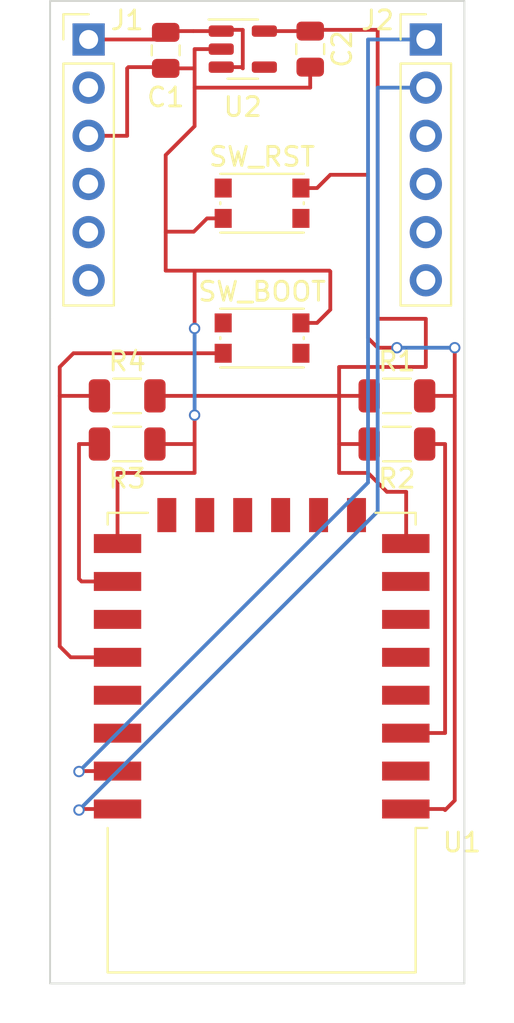
<source format=kicad_pcb>
(kicad_pcb (version 20211014) (generator pcbnew)
  (layers (0 "F.Cu" signal) (31 "B.Cu" signal) (34 "B.Paste" user) (35 "F.Paste" user) (36 "B.SilkS" user "B.Silkscreen") (37 "F.SilkS" user "F.Silkscreen") (38 "B.Mask" user) (39 "F.Mask" user) (44 "Edge.Cuts" user))
  (net 0 "")
  (net 1 "+3V3")
  (net 2 "+5V")
  (net 7 "TXD0")
  (net 8 "RXD0")
  (net 9 "GND")
  (net 29 "Net-(R1-Pad2)")
  (net 30 "Net-(R2-Pad1)")
  (net 31 "Net-(R3-Pad2)")
  (net 32 "Net-(R4-Pad1)")
  (footprint "RF_Module:ESP-12E" (layer "F.Cu") (at 152.38 106.68 180)
    (fp_text reference "U1" (at -10.56 -5.26) (layer "F.SilkS"))
    (fp_text value "ESP-12F")
    (fp_line (start -8.12 12.12) (end -8.12 11.5) (layer "F.SilkS") (width 0.12))
    (fp_line (start -6 12.12) (end -8.12 12.12) (layer "F.SilkS") (width 0.12))
    (fp_line (start 8.12 -12.12) (end 8.12 -4.5) (layer "F.SilkS") (width 0.12))
    (fp_line (start -8.12 -4.5) (end -8.73 -4.5) (layer "F.SilkS") (width 0.12))
    (fp_line (start 8.12 12.12) (end 6 12.12) (layer "F.SilkS") (width 0.12))
    (fp_line (start -8.12 -12.12) (end 8.12 -12.12) (layer "F.SilkS") (width 0.12))
    (fp_line (start 8.12 11.5) (end 8.12 12.12) (layer "F.SilkS") (width 0.12))
    (fp_line (start -8.12 -4.5) (end -8.12 -12.12) (layer "F.SilkS") (width 0.12))
    (pad "1" smd rect (at -7.6 -3.5 180) (size 2.5 1) (layers "F.Cu" "F.Paste" "F.Mask") (net 29 "Net-(R1-Pad2)"))
    (pad "2" smd rect (at -7.6 -1.5 180) (size 2.5 1) (layers "F.Cu" "F.Paste" "F.Mask"))
    (pad "3" smd rect (at -7.6 0.5 180) (size 2.5 1) (layers "F.Cu" "F.Paste" "F.Mask") (net 30 "Net-(R2-Pad1)"))
    (pad "4" smd rect (at -7.6 2.5 180) (size 2.5 1) (layers "F.Cu" "F.Paste" "F.Mask"))
    (pad "5" smd rect (at -7.6 4.5 180) (size 2.5 1) (layers "F.Cu" "F.Paste" "F.Mask"))
    (pad "6" smd rect (at -7.6 6.5 180) (size 2.5 1) (layers "F.Cu" "F.Paste" "F.Mask"))
    (pad "7" smd rect (at -7.6 8.5 180) (size 2.5 1) (layers "F.Cu" "F.Paste" "F.Mask"))
    (pad "8" smd rect (at -7.6 10.5 180) (size 2.5 1) (layers "F.Cu" "F.Paste" "F.Mask") (net 1 "+3V3"))
    (pad "9" smd rect (at -5 12 180) (size 1 1.8) (layers "F.Cu" "F.Paste" "F.Mask"))
    (pad "10" smd rect (at -3 12 180) (size 1 1.8) (layers "F.Cu" "F.Paste" "F.Mask"))
    (pad "11" smd rect (at -1 12 180) (size 1 1.8) (layers "F.Cu" "F.Paste" "F.Mask"))
    (pad "12" smd rect (at 1 12 180) (size 1 1.8) (layers "F.Cu" "F.Paste" "F.Mask"))
    (pad "13" smd rect (at 3 12 180) (size 1 1.8) (layers "F.Cu" "F.Paste" "F.Mask"))
    (pad "14" smd rect (at 5 12 180) (size 1 1.8) (layers "F.Cu" "F.Paste" "F.Mask"))
    (pad "15" smd rect (at 7.6 10.5 180) (size 2.5 1) (layers "F.Cu" "F.Paste" "F.Mask") (net 9 "GND"))
    (pad "16" smd rect (at 7.6 8.5 180) (size 2.5 1) (layers "F.Cu" "F.Paste" "F.Mask") (net 31 "Net-(R3-Pad2)"))
    (pad "17" smd rect (at 7.6 6.5 180) (size 2.5 1) (layers "F.Cu" "F.Paste" "F.Mask"))
    (pad "18" smd rect (at 7.6 4.5 180) (size 2.5 1) (layers "F.Cu" "F.Paste" "F.Mask") (net 32 "Net-(R4-Pad1)"))
    (pad "19" smd rect (at 7.6 2.5 180) (size 2.5 1) (layers "F.Cu" "F.Paste" "F.Mask"))
    (pad "20" smd rect (at 7.6 0.5 180) (size 2.5 1) (layers "F.Cu" "F.Paste" "F.Mask"))
    (pad "21" smd rect (at 7.6 -1.5 180) (size 2.5 1) (layers "F.Cu" "F.Paste" "F.Mask") (net 8 "RXD0"))
    (pad "22" smd rect (at 7.6 -3.5 180) (size 2.5 1) (layers "F.Cu" "F.Paste" "F.Mask") (net 7 "TXD0"))
  )
  (footprint "Resistor_SMD:R_1206_3216Metric" (layer "F.Cu") (at 159.512 90.932 180)
    (fp_text reference "R2" (at 0 -1.82 180) (layer "F.SilkS"))
    (fp_text value "10k")
    (fp_line (start -0.727064 -0.91) (end 0.727064 -0.91) (layer "F.SilkS") (width 0.12))
    (fp_line (start -0.727064 0.91) (end 0.727064 0.91) (layer "F.SilkS") (width 0.12))
    (pad "1" smd roundrect (at -1.4625 0 180) (size 1.125 1.75) (layers "F.Cu" "F.Paste" "F.Mask") (roundrect_rratio 0.2222222222) (net 30 "Net-(R2-Pad1)"))
    (pad "2" smd roundrect (at 1.4625 0 180) (size 1.125 1.75) (layers "F.Cu" "F.Paste" "F.Mask") (roundrect_rratio 0.2222222222) (net 1 "+3V3"))
  )
  (footprint "Resistor_SMD:R_1206_3216Metric" (layer "F.Cu") (at 159.512 88.392)
    (fp_text reference "R1" (at 0 -1.82) (layer "F.SilkS"))
    (fp_text value "10k")
    (fp_line (start -0.727064 -0.91) (end 0.727064 -0.91) (layer "F.SilkS") (width 0.12))
    (fp_line (start -0.727064 0.91) (end 0.727064 0.91) (layer "F.SilkS") (width 0.12))
    (pad "1" smd roundrect (at -1.4625 0) (size 1.125 1.75) (layers "F.Cu" "F.Paste" "F.Mask") (roundrect_rratio 0.2222222222) (net 1 "+3V3"))
    (pad "2" smd roundrect (at 1.4625 0) (size 1.125 1.75) (layers "F.Cu" "F.Paste" "F.Mask") (roundrect_rratio 0.2222222222) (net 29 "Net-(R1-Pad2)"))
  )
  (footprint "Button_Switch_SMD:SW_Push_1P1T_NO_CK_KMR2" (layer "F.Cu") (at 152.4 85.344)
    (fp_text reference "SW_BOOT" (at 0 -2.45) (layer "F.SilkS"))
    (fp_text value "SW_Push")
    (fp_line (start -2.2 0.05) (end -2.2 -0.05) (layer "F.SilkS") (width 0.12))
    (fp_line (start 2.2 0.05) (end 2.2 -0.05) (layer "F.SilkS") (width 0.12))
    (fp_line (start -2.2 1.55) (end 2.2 1.55) (layer "F.SilkS") (width 0.12))
    (fp_line (start 2.2 -1.55) (end -2.2 -1.55) (layer "F.SilkS") (width 0.12))
    (pad "1" smd rect (at 2.05 -0.8) (size 0.9 1) (layers "F.Cu" "F.Paste" "F.Mask") (net 9 "GND"))
    (pad "1" smd rect (at -2.05 -0.8) (size 0.9 1) (layers "F.Cu" "F.Paste" "F.Mask") (net 9 "GND"))
    (pad "2" smd rect (at 2.05 0.8) (size 0.9 1) (layers "F.Cu" "F.Paste" "F.Mask") (net 32 "Net-(R4-Pad1)"))
    (pad "2" smd rect (at -2.05 0.8) (size 0.9 1) (layers "F.Cu" "F.Paste" "F.Mask") (net 32 "Net-(R4-Pad1)"))
  )
  (footprint "Button_Switch_SMD:SW_Push_1P1T_NO_CK_KMR2" (layer "F.Cu") (at 152.4 78.232)
    (fp_text reference "SW_RST" (at 0 -2.45) (layer "F.SilkS"))
    (fp_text value "SW_Push")
    (fp_line (start -2.2 1.55) (end 2.2 1.55) (layer "F.SilkS") (width 0.12))
    (fp_line (start 2.2 0.05) (end 2.2 -0.05) (layer "F.SilkS") (width 0.12))
    (fp_line (start 2.2 -1.55) (end -2.2 -1.55) (layer "F.SilkS") (width 0.12))
    (fp_line (start -2.2 0.05) (end -2.2 -0.05) (layer "F.SilkS") (width 0.12))
    (pad "1" smd rect (at 2.05 -0.8) (size 0.9 1) (layers "F.Cu" "F.Paste" "F.Mask") (net 29 "Net-(R1-Pad2)"))
    (pad "1" smd rect (at -2.05 -0.8) (size 0.9 1) (layers "F.Cu" "F.Paste" "F.Mask") (net 29 "Net-(R1-Pad2)"))
    (pad "2" smd rect (at 2.05 0.8) (size 0.9 1) (layers "F.Cu" "F.Paste" "F.Mask") (net 9 "GND"))
    (pad "2" smd rect (at -2.05 0.8) (size 0.9 1) (layers "F.Cu" "F.Paste" "F.Mask") (net 9 "GND"))
  )
  (footprint "Package_TO_SOT_SMD:SOT-23-5" (layer "F.Cu") (at 151.384 70.104)
    (fp_text reference "U2" (at 0 3.048) (layer "F.SilkS"))
    (fp_text value "SPX3819M5-L-3-3")
    (fp_line (start 0 1.56) (end -0.8 1.56) (layer "F.SilkS") (width 0.12))
    (fp_line (start 0 -1.56) (end -1.8 -1.56) (layer "F.SilkS") (width 0.12))
    (fp_line (start 0 1.56) (end 0.8 1.56) (layer "F.SilkS") (width 0.12))
    (fp_line (start 0 -1.56) (end 0.8 -1.56) (layer "F.SilkS") (width 0.12))
    (pad "1" smd roundrect (at -1.1375 -0.95) (size 1.325 0.6) (layers "F.Cu" "F.Paste" "F.Mask") (net 2 "+5V"))
    (pad "2" smd roundrect (at -1.1375 0) (size 1.325 0.6) (layers "F.Cu" "F.Paste" "F.Mask") (net 9 "GND"))
    (pad "3" smd roundrect (at -1.1375 0.95) (size 1.325 0.6) (layers "F.Cu" "F.Paste" "F.Mask") (net 2 "+5V"))
    (pad "4" smd roundrect (at 1.1375 0.95) (size 1.325 0.6) (layers "F.Cu" "F.Paste" "F.Mask"))
    (pad "5" smd roundrect (at 1.1375 -0.95) (size 1.325 0.6) (layers "F.Cu" "F.Paste" "F.Mask") (net 1 "+3V3"))
  )
  (footprint "Connector_PinHeader_2.54mm:PinHeader_1x06_P2.54mm_Vertical" (layer "F.Cu") (at 143.256 69.596)
    (fp_text reference "J1" (at 2.032 -1.016) (layer "F.SilkS"))
    (fp_text value "Conn_01x06")
    (fp_line (start -1.33 1.27) (end -1.33 14.03) (layer "F.SilkS") (width 0.12))
    (fp_line (start -1.33 14.03) (end 1.33 14.03) (layer "F.SilkS") (width 0.12))
    (fp_line (start -1.33 0) (end -1.33 -1.33) (layer "F.SilkS") (width 0.12))
    (fp_line (start -1.33 1.27) (end 1.33 1.27) (layer "F.SilkS") (width 0.12))
    (fp_line (start -1.33 -1.33) (end 0 -1.33) (layer "F.SilkS") (width 0.12))
    (fp_line (start 1.33 1.27) (end 1.33 14.03) (layer "F.SilkS") (width 0.12))
    (pad "1" thru_hole rect (at 0 0) (size 1.7 1.7) (drill 1) (layers *.Cu *.Mask) (net 2 "+5V"))
    (pad "2" thru_hole oval (at 0 2.54) (size 1.7 1.7) (drill 1) (layers *.Cu *.Mask))
    (pad "3" thru_hole oval (at 0 5.08) (size 1.7 1.7) (drill 1) (layers *.Cu *.Mask) (net 9 "GND"))
    (pad "4" thru_hole oval (at 0 7.62) (size 1.7 1.7) (drill 1) (layers *.Cu *.Mask))
    (pad "5" thru_hole oval (at 0 10.16) (size 1.7 1.7) (drill 1) (layers *.Cu *.Mask))
    (pad "6" thru_hole oval (at 0 12.7) (size 1.7 1.7) (drill 1) (layers *.Cu *.Mask))
  )
  (footprint "Resistor_SMD:R_1206_3216Metric" (layer "F.Cu") (at 145.288 88.392)
    (fp_text reference "R4" (at 0 -1.82) (layer "F.SilkS"))
    (fp_text value "10k")
    (fp_line (start -0.727064 0.91) (end 0.727064 0.91) (layer "F.SilkS") (width 0.12))
    (fp_line (start -0.727064 -0.91) (end 0.727064 -0.91) (layer "F.SilkS") (width 0.12))
    (pad "1" smd roundrect (at -1.4625 0) (size 1.125 1.75) (layers "F.Cu" "F.Paste" "F.Mask") (roundrect_rratio 0.2222222222) (net 32 "Net-(R4-Pad1)"))
    (pad "2" smd roundrect (at 1.4625 0) (size 1.125 1.75) (layers "F.Cu" "F.Paste" "F.Mask") (roundrect_rratio 0.2222222222) (net 1 "+3V3"))
  )
  (footprint "Resistor_SMD:R_1206_3216Metric" (layer "F.Cu") (at 145.288 90.932 180)
    (fp_text reference "R3" (at 0 -1.82 180) (layer "F.SilkS"))
    (fp_text value "10k")
    (fp_line (start -0.727064 -0.91) (end 0.727064 -0.91) (layer "F.SilkS") (width 0.12))
    (fp_line (start -0.727064 0.91) (end 0.727064 0.91) (layer "F.SilkS") (width 0.12))
    (pad "1" smd roundrect (at -1.4625 0 180) (size 1.125 1.75) (layers "F.Cu" "F.Paste" "F.Mask") (roundrect_rratio 0.2222222222) (net 9 "GND"))
    (pad "2" smd roundrect (at 1.4625 0 180) (size 1.125 1.75) (layers "F.Cu" "F.Paste" "F.Mask") (roundrect_rratio 0.2222222222) (net 31 "Net-(R3-Pad2)"))
  )
  (footprint "Connector_PinHeader_2.54mm:PinHeader_1x06_P2.54mm_Vertical" (layer "F.Cu") (at 161.036 69.596)
    (fp_text reference "J2" (at -2.54 -1.016) (layer "F.SilkS"))
    (fp_text value "Conn_01x06")
    (fp_line (start -1.33 -1.33) (end 0 -1.33) (layer "F.SilkS") (width 0.12))
    (fp_line (start -1.33 14.03) (end 1.33 14.03) (layer "F.SilkS") (width 0.12))
    (fp_line (start -1.33 1.27) (end 1.33 1.27) (layer "F.SilkS") (width 0.12))
    (fp_line (start -1.33 1.27) (end -1.33 14.03) (layer "F.SilkS") (width 0.12))
    (fp_line (start -1.33 0) (end -1.33 -1.33) (layer "F.SilkS") (width 0.12))
    (fp_line (start 1.33 1.27) (end 1.33 14.03) (layer "F.SilkS") (width 0.12))
    (pad "1" thru_hole rect (at 0 0) (size 1.7 1.7) (drill 1) (layers *.Cu *.Mask) (net 8 "RXD0"))
    (pad "2" thru_hole oval (at 0 2.54) (size 1.7 1.7) (drill 1) (layers *.Cu *.Mask) (net 7 "TXD0"))
    (pad "3" thru_hole oval (at 0 5.08) (size 1.7 1.7) (drill 1) (layers *.Cu *.Mask))
    (pad "4" thru_hole oval (at 0 7.62) (size 1.7 1.7) (drill 1) (layers *.Cu *.Mask))
    (pad "5" thru_hole oval (at 0 10.16) (size 1.7 1.7) (drill 1) (layers *.Cu *.Mask))
    (pad "6" thru_hole oval (at 0 12.7) (size 1.7 1.7) (drill 1) (layers *.Cu *.Mask))
  )
  (footprint "Capacitor_SMD:C_0805_2012Metric" (layer "F.Cu") (at 154.94 70.104 -90)
    (fp_text reference "C2" (at 0 -1.68 90) (layer "F.SilkS"))
    (fp_text value "100nf")
    (fp_line (start -0.261252 -0.735) (end 0.261252 -0.735) (layer "F.SilkS") (width 0.12))
    (fp_line (start -0.261252 0.735) (end 0.261252 0.735) (layer "F.SilkS") (width 0.12))
    (pad "1" smd roundrect (at -0.95 0 270) (size 1 1.45) (layers "F.Cu" "F.Paste" "F.Mask") (net 1 "+3V3"))
    (pad "2" smd roundrect (at 0.95 0 270) (size 1 1.45) (layers "F.Cu" "F.Paste" "F.Mask") (net 9 "GND"))
  )
  (footprint "Capacitor_SMD:C_0805_2012Metric" (layer "F.Cu") (at 147.32 70.17 -90)
    (fp_text reference "C1" (at 2.474 0 180) (layer "F.SilkS"))
    (fp_text value "100uf")
    (fp_line (start -0.261252 0.735) (end 0.261252 0.735) (layer "F.SilkS") (width 0.12))
    (fp_line (start -0.261252 -0.735) (end 0.261252 -0.735) (layer "F.SilkS") (width 0.12))
    (pad "1" smd roundrect (at -0.95 0 270) (size 1 1.45) (layers "F.Cu" "F.Paste" "F.Mask") (net 2 "+5V"))
    (pad "2" smd roundrect (at 0.95 0 270) (size 1 1.45) (layers "F.Cu" "F.Paste" "F.Mask") (net 9 "GND"))
  )
  (gr_line (start 141.224 84.328) (end 141.224 119.38) (layer "Edge.Cuts") (width 0.1))
  (gr_line (start 163.068 84.328) (end 163.068 119.38) (layer "Edge.Cuts") (width 0.1))
  (gr_line (start 163.068 67.564) (end 141.224 67.564) (layer "Edge.Cuts") (width 0.1))
  (gr_line (start 141.224 84.328) (end 141.224 67.564) (layer "Edge.Cuts") (width 0.1))
  (gr_line (start 163.068 119.38) (end 141.224 119.38) (layer "Edge.Cuts") (width 0.1))
  (gr_line (start 163.068 67.564) (end 163.068 84.328) (layer "Edge.Cuts") (width 0.1))
  (segment (start 157.988 92.456) (end 156.464 92.456) (width 0.2) (layer "F.Cu") (net 1))
  (segment (start 158.984 93.452) (end 157.988 92.456) (width 0.2) (layer "F.Cu") (net 1))
  (segment (start 158.496 69.088) (end 155.006 69.088) (width 0.2) (layer "F.Cu") (net 1))
  (segment (start 157.988 86.868) (end 161.036 86.868) (width 0.2) (layer "F.Cu") (net 1))
  (segment (start 156.464 90.932) (end 156.464 88.392) (width 0.2) (layer "F.Cu") (net 1))
  (segment (start 156.464 88.392) (end 156.464 86.868) (width 0.2) (layer "F.Cu") (net 1))
  (segment (start 161.036 86.868) (end 161.036 84.328) (width 0.2) (layer "F.Cu") (net 1))
  (segment (start 158.496 84.328) (end 158.496 69.088) (width 0.2) (layer "F.Cu") (net 1))
  (segment (start 156.464 88.392) (end 158.0495 88.392) (width 0.2) (layer "F.Cu") (net 1))
  (segment (start 146.7505 88.392) (end 156.464 88.392) (width 0.2) (layer "F.Cu") (net 1))
  (segment (start 160 93.452) (end 158.984 93.452) (width 0.2) (layer "F.Cu") (net 1))
  (segment (start 156.464 92.456) (end 156.464 90.932) (width 0.2) (layer "F.Cu") (net 1))
  (segment (start 161.036 84.328) (end 158.496 84.328) (width 0.2) (layer "F.Cu") (net 1))
  (segment (start 152.5215 69.154) (end 154.94 69.154) (width 0.2) (layer "F.Cu") (net 1))
  (segment (start 156.464 86.868) (end 157.988 86.868) (width 0.2) (layer "F.Cu") (net 1))
  (segment (start 155.006 69.088) (end 154.94 69.154) (width 0.2) (layer "F.Cu") (net 1))
  (segment (start 160 96.18) (end 160 93.452) (width 0.2) (layer "F.Cu") (net 1))
  (segment (start 156.464 90.932) (end 158.0495 90.932) (width 0.2) (layer "F.Cu") (net 1))
  (segment (start 151.384 71.12) (end 151.384 69.088) (width 0.2) (layer "F.Cu") (net 2))
  (segment (start 150.2465 71.054) (end 151.318 71.054) (width 0.2) (layer "F.Cu") (net 2))
  (segment (start 146.878 69.596) (end 147.32 69.154) (width 0.2) (layer "F.Cu") (net 2))
  (segment (start 151.384 69.088) (end 150.3125 69.088) (width 0.2) (layer "F.Cu") (net 2))
  (segment (start 148.778 69.154) (end 150.2465 69.154) (width 0.2) (layer "F.Cu") (net 2))
  (segment (start 147.32 69.154) (end 148.778 69.154) (width 0.2) (layer "F.Cu") (net 2))
  (segment (start 143.256 69.596) (end 146.878 69.596) (width 0.2) (layer "F.Cu") (net 2))
  (segment (start 150.3125 69.088) (end 150.2465 69.154) (width 0.2) (layer "F.Cu") (net 2))
  (segment (start 151.318 71.054) (end 151.384 71.12) (width 0.2) (layer "F.Cu") (net 2))
  (segment (start 144.8 110.18) (end 142.804 110.18) (width 0.2) (layer "F.Cu") (net 7))
  (segment (start 142.804 110.18) (end 142.748 110.236) (width 0.2) (layer "F.Cu") (net 7))
  (via (at 142.748 110.236) (size 0.6) (drill 0.4) (layers "F.Cu" "B.Cu") (net 7))
  (segment (start 158.496 72.136) (end 161.036 72.136) (width 0.2) (layer "B.Cu") (net 7))
  (segment (start 142.748 110.236) (end 158.496 94.488) (width 0.2) (layer "B.Cu") (net 7))
  (segment (start 158.496 94.488) (end 158.496 72.136) (width 0.2) (layer "B.Cu") (net 7))
  (segment (start 144.8 108.18) (end 142.772 108.18) (width 0.2) (layer "F.Cu") (net 8))
  (segment (start 142.772 108.18) (end 142.748 108.204) (width 0.2) (layer "F.Cu") (net 8))
  (via (at 142.748 108.204) (size 0.6) (drill 0.4) (layers "F.Cu" "B.Cu") (net 8))
  (segment (start 142.748 108.204) (end 157.988 92.964) (width 0.2) (layer "B.Cu") (net 8))
  (segment (start 157.988 69.596) (end 161.036 69.596) (width 0.2) (layer "B.Cu") (net 8))
  (segment (start 157.988 92.964) (end 157.988 69.596) (width 0.2) (layer "B.Cu") (net 8))
  (segment (start 148.8 79.732) (end 147.344 79.732) (width 0.2) (layer "F.Cu") (net 9))
  (segment (start 156 83.844) (end 156 81.832) (width 0.2) (layer "F.Cu") (net 9))
  (segment (start 156 81.832) (end 155.956 81.788) (width 0.2) (layer "F.Cu") (net 9))
  (segment (start 154.94 71.054) (end 154.94 72.136) (width 0.2) (layer "F.Cu") (net 9))
  (segment (start 147.32 81.788) (end 147.32 79.756) (width 0.2) (layer "F.Cu") (net 9))
  (segment (start 145.288 71.12) (end 145.354 71.054) (width 0.2) (layer "F.Cu") (net 9))
  (segment (start 154.94 72.136) (end 148.844 72.136) (width 0.2) (layer "F.Cu") (net 9))
  (segment (start 148.844 90.932) (end 148.844 89.408) (width 0.2) (layer "F.Cu") (net 9))
  (segment (start 147.32 75.692) (end 148.844 74.168) (width 0.2) (layer "F.Cu") (net 9))
  (segment (start 148.844 70.104) (end 150.2465 70.104) (width 0.2) (layer "F.Cu") (net 9))
  (segment (start 155.956 81.788) (end 148.844 81.788) (width 0.2) (layer "F.Cu") (net 9))
  (segment (start 148.844 74.168) (end 148.844 72.136) (width 0.2) (layer "F.Cu") (net 9))
  (segment (start 147.32 71.054) (end 147.386 71.12) (width 0.2) (layer "F.Cu") (net 9))
  (segment (start 147.32 79.756) (end 147.344 79.732) (width 0.2) (layer "F.Cu") (net 9))
  (segment (start 150.35 79.032) (end 149.5 79.032) (width 0.2) (layer "F.Cu") (net 9))
  (segment (start 147.32 79.756) (end 147.32 75.692) (width 0.2) (layer "F.Cu") (net 9))
  (segment (start 146.7505 90.932) (end 148.844 90.932) (width 0.2) (layer "F.Cu") (net 9))
  (segment (start 144.78 96.18) (end 144.78 92.456) (width 0.2) (layer "F.Cu") (net 9))
  (segment (start 148.844 81.788) (end 147.32 81.788) (width 0.2) (layer "F.Cu") (net 9))
  (segment (start 148.844 72.136) (end 148.844 71.12) (width 0.2) (layer "F.Cu") (net 9))
  (segment (start 148.844 71.12) (end 148.844 70.104) (width 0.2) (layer "F.Cu") (net 9))
  (segment (start 155.3 84.544) (end 156 83.844) (width 0.2) (layer "F.Cu") (net 9))
  (segment (start 149.5 79.032) (end 148.8 79.732) (width 0.2) (layer "F.Cu") (net 9))
  (segment (start 147.386 71.12) (end 148.844 71.12) (width 0.2) (layer "F.Cu") (net 9))
  (segment (start 144.78 92.456) (end 148.844 92.456) (width 0.2) (layer "F.Cu") (net 9))
  (segment (start 145.288 74.676) (end 145.288 71.12) (width 0.2) (layer "F.Cu") (net 9))
  (segment (start 148.844 92.456) (end 148.844 90.932) (width 0.2) (layer "F.Cu") (net 9))
  (segment (start 148.844 84.836) (end 148.844 81.788) (width 0.2) (layer "F.Cu") (net 9))
  (segment (start 145.354 71.054) (end 147.32 71.054) (width 0.2) (layer "F.Cu") (net 9))
  (segment (start 154.45 84.544) (end 155.3 84.544) (width 0.2) (layer "F.Cu") (net 9))
  (segment (start 143.256 74.676) (end 145.288 74.676) (width 0.2) (layer "F.Cu") (net 9))
  (via (at 148.844 89.408) (size 0.6) (drill 0.4) (layers "F.Cu" "B.Cu") (net 9))
  (via (at 148.844 84.836) (size 0.6) (drill 0.4) (layers "F.Cu" "B.Cu") (net 9))
  (segment (start 148.844 89.408) (end 148.844 84.836) (width 0.2) (layer "B.Cu") (net 9))
  (segment (start 157.988 76.708) (end 157.964 76.732) (width 0.2) (layer "F.Cu") (net 29))
  (segment (start 157.964 76.732) (end 156 76.732) (width 0.2) (layer "F.Cu") (net 29))
  (segment (start 159.512 85.852) (end 158.496 85.852) (width 0.2) (layer "F.Cu") (net 29))
  (segment (start 158.496 85.852) (end 157.988 85.344) (width 0.2) (layer "F.Cu") (net 29))
  (segment (start 162.56 109.728) (end 162.56 88.392) (width 0.2) (layer "F.Cu") (net 29))
  (segment (start 162.56 88.392) (end 162.56 85.852) (width 0.2) (layer "F.Cu") (net 29))
  (segment (start 160 110.18) (end 161.996 110.18) (width 0.2) (layer "F.Cu") (net 29))
  (segment (start 154.45 77.432) (end 155.3 77.432) (width 0.2) (layer "F.Cu") (net 29))
  (segment (start 162.052 110.236) (end 162.56 109.728) (width 0.2) (layer "F.Cu") (net 29))
  (segment (start 162.56 88.392) (end 160.9745 88.392) (width 0.2) (layer "F.Cu") (net 29))
  (segment (start 157.988 85.344) (end 157.988 76.708) (width 0.2) (layer "F.Cu") (net 29))
  (segment (start 155.3 77.432) (end 156 76.732) (width 0.2) (layer "F.Cu") (net 29))
  (segment (start 161.996 110.18) (end 162.052 110.236) (width 0.2) (layer "F.Cu") (net 29))
  (via (at 159.512 85.852) (size 0.6) (drill 0.4) (layers "F.Cu" "B.Cu") (net 29))
  (via (at 162.56 85.852) (size 0.6) (drill 0.4) (layers "F.Cu" "B.Cu") (net 29))
  (segment (start 162.56 85.852) (end 159.512 85.852) (width 0.2) (layer "B.Cu") (net 29))
  (segment (start 160.75 106.18) (end 160.758 106.172) (width 0.2) (layer "F.Cu") (net 30))
  (segment (start 160.758 106.172) (end 162.052 106.172) (width 0.2) (layer "F.Cu") (net 30))
  (segment (start 162.052 106.172) (end 162.052 90.932) (width 0.2) (layer "F.Cu") (net 30))
  (segment (start 162.052 90.932) (end 160.9745 90.932) (width 0.2) (layer "F.Cu") (net 30))
  (segment (start 160 106.18) (end 160.75 106.18) (width 0.2) (layer "F.Cu") (net 30))
  (segment (start 142.748 98.044) (end 142.748 90.932) (width 0.2) (layer "F.Cu") (net 31))
  (segment (start 142.884 98.18) (end 142.748 98.044) (width 0.2) (layer "F.Cu") (net 31))
  (segment (start 142.748 90.932) (end 143.8255 90.932) (width 0.2) (layer "F.Cu") (net 31))
  (segment (start 144.78 98.18) (end 142.884 98.18) (width 0.2) (layer "F.Cu") (net 31))
  (segment (start 141.732 101.6) (end 141.732 88.392) (width 0.2) (layer "F.Cu") (net 32))
  (segment (start 142.456 86.144) (end 141.732 86.868) (width 0.2) (layer "F.Cu") (net 32))
  (segment (start 141.732 88.392) (end 143.8255 88.392) (width 0.2) (layer "F.Cu") (net 32))
  (segment (start 142.312 102.18) (end 141.732 101.6) (width 0.2) (layer "F.Cu") (net 32))
  (segment (start 150.35 86.144) (end 142.456 86.144) (width 0.2) (layer "F.Cu") (net 32))
  (segment (start 141.732 86.868) (end 141.732 88.392) (width 0.2) (layer "F.Cu") (net 32))
  (segment (start 144.8 102.18) (end 142.312 102.18) (width 0.2) (layer "F.Cu") (net 32))
)
</source>
